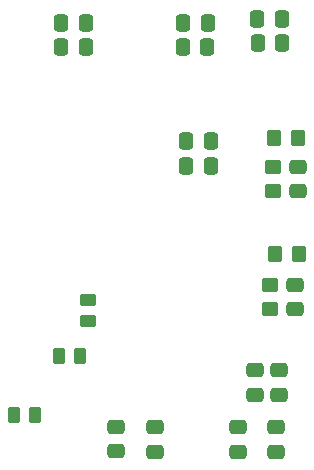
<source format=gbp>
G04 #@! TF.GenerationSoftware,KiCad,Pcbnew,(6.0.6)*
G04 #@! TF.CreationDate,2022-08-29T16:13:27+02:00*
G04 #@! TF.ProjectId,adc-fiber-interface-board-six-channels,6164632d-6669-4626-9572-2d696e746572,rev?*
G04 #@! TF.SameCoordinates,Original*
G04 #@! TF.FileFunction,Paste,Bot*
G04 #@! TF.FilePolarity,Positive*
%FSLAX46Y46*%
G04 Gerber Fmt 4.6, Leading zero omitted, Abs format (unit mm)*
G04 Created by KiCad (PCBNEW (6.0.6)) date 2022-08-29 16:13:27*
%MOMM*%
%LPD*%
G01*
G04 APERTURE LIST*
G04 Aperture macros list*
%AMRoundRect*
0 Rectangle with rounded corners*
0 $1 Rounding radius*
0 $2 $3 $4 $5 $6 $7 $8 $9 X,Y pos of 4 corners*
0 Add a 4 corners polygon primitive as box body*
4,1,4,$2,$3,$4,$5,$6,$7,$8,$9,$2,$3,0*
0 Add four circle primitives for the rounded corners*
1,1,$1+$1,$2,$3*
1,1,$1+$1,$4,$5*
1,1,$1+$1,$6,$7*
1,1,$1+$1,$8,$9*
0 Add four rect primitives between the rounded corners*
20,1,$1+$1,$2,$3,$4,$5,0*
20,1,$1+$1,$4,$5,$6,$7,0*
20,1,$1+$1,$6,$7,$8,$9,0*
20,1,$1+$1,$8,$9,$2,$3,0*%
G04 Aperture macros list end*
%ADD10RoundRect,0.250000X0.337500X0.475000X-0.337500X0.475000X-0.337500X-0.475000X0.337500X-0.475000X0*%
%ADD11RoundRect,0.250000X-0.475000X0.337500X-0.475000X-0.337500X0.475000X-0.337500X0.475000X0.337500X0*%
%ADD12RoundRect,0.250000X-0.262500X-0.450000X0.262500X-0.450000X0.262500X0.450000X-0.262500X0.450000X0*%
%ADD13RoundRect,0.250000X0.475000X-0.337500X0.475000X0.337500X-0.475000X0.337500X-0.475000X-0.337500X0*%
%ADD14RoundRect,0.250000X-0.337500X-0.475000X0.337500X-0.475000X0.337500X0.475000X-0.337500X0.475000X0*%
%ADD15RoundRect,0.250000X0.450000X-0.262500X0.450000X0.262500X-0.450000X0.262500X-0.450000X-0.262500X0*%
%ADD16RoundRect,0.250000X-0.350000X-0.450000X0.350000X-0.450000X0.350000X0.450000X-0.350000X0.450000X0*%
%ADD17RoundRect,0.250000X-0.450000X0.350000X-0.450000X-0.350000X0.450000X-0.350000X0.450000X0.350000X0*%
%ADD18RoundRect,0.250000X0.262500X0.450000X-0.262500X0.450000X-0.262500X-0.450000X0.262500X-0.450000X0*%
G04 APERTURE END LIST*
D10*
X121556600Y-43129200D03*
X119481600Y-43129200D03*
D11*
X117892900Y-77661100D03*
X117892900Y-79736100D03*
D12*
X98858700Y-76606400D03*
X100683700Y-76606400D03*
D10*
X104990300Y-43408600D03*
X102915300Y-43408600D03*
X115277300Y-45491400D03*
X113202300Y-45491400D03*
D13*
X110794800Y-79752100D03*
X110794800Y-77677100D03*
D14*
X113495000Y-55524400D03*
X115570000Y-55524400D03*
D10*
X104990300Y-45491400D03*
X102915300Y-45491400D03*
D15*
X105156000Y-68679700D03*
X105156000Y-66854700D03*
D13*
X121056400Y-79726700D03*
X121056400Y-77651700D03*
D10*
X115285100Y-43434000D03*
X113210100Y-43434000D03*
D16*
X121021600Y-63010000D03*
X123021600Y-63010000D03*
D17*
X120829200Y-55660000D03*
X120829200Y-57660000D03*
D13*
X119278400Y-74896800D03*
X119278400Y-72821800D03*
D16*
X120920000Y-53187600D03*
X122920000Y-53187600D03*
D14*
X113465700Y-53441600D03*
X115540700Y-53441600D03*
D13*
X121361200Y-74900700D03*
X121361200Y-72825700D03*
D11*
X122658000Y-65604700D03*
X122658000Y-67679700D03*
X122937400Y-55622500D03*
X122937400Y-57697500D03*
D10*
X121607400Y-45161200D03*
X119532400Y-45161200D03*
D11*
X107492800Y-77645100D03*
X107492800Y-79720100D03*
D17*
X120549800Y-65642200D03*
X120549800Y-67642200D03*
D18*
X104493700Y-71628000D03*
X102668700Y-71628000D03*
M02*

</source>
